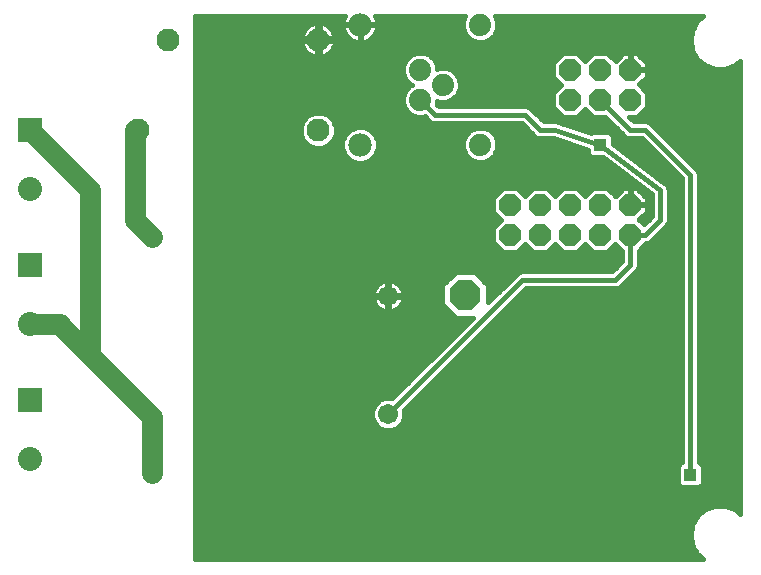
<source format=gbl>
G75*
%MOIN*%
%OFA0B0*%
%FSLAX25Y25*%
%IPPOS*%
%LPD*%
%AMOC8*
5,1,8,0,0,1.08239X$1,22.5*
%
%ADD10C,0.07400*%
%ADD11C,0.07800*%
%ADD12C,0.07677*%
%ADD13R,0.08000X0.08000*%
%ADD14C,0.08000*%
%ADD15OC8,0.07400*%
%ADD16C,0.06731*%
%ADD17OC8,0.10000*%
%ADD18C,0.01600*%
%ADD19R,0.04362X0.04362*%
%ADD20C,0.07000*%
D10*
X0233333Y0195000D03*
X0213333Y0210000D03*
X0220833Y0215000D03*
X0213333Y0220000D03*
X0233333Y0235000D03*
D11*
X0193333Y0235000D03*
X0193333Y0195000D03*
D12*
X0179333Y0199900D03*
X0179333Y0230000D03*
X0129133Y0230000D03*
X0119333Y0200000D03*
D13*
X0083333Y0200000D03*
X0083333Y0155000D03*
X0083333Y0110000D03*
D14*
X0083333Y0090315D03*
X0083333Y0135315D03*
X0083333Y0180315D03*
D15*
X0243333Y0175000D03*
X0253333Y0175000D03*
X0263333Y0175000D03*
X0273333Y0175000D03*
X0283333Y0175000D03*
X0283333Y0165000D03*
X0273333Y0165000D03*
X0263333Y0165000D03*
X0253333Y0165000D03*
X0243333Y0165000D03*
X0263333Y0210000D03*
X0273333Y0210000D03*
X0283333Y0210000D03*
X0283333Y0220000D03*
X0273333Y0220000D03*
X0263333Y0220000D03*
D16*
X0202703Y0144685D03*
X0202703Y0105315D03*
X0123963Y0085630D03*
X0123963Y0164370D03*
D17*
X0228333Y0145000D03*
D18*
X0138333Y0057000D02*
X0138333Y0237961D01*
X0188445Y0237961D01*
X0188051Y0237188D01*
X0187774Y0236335D01*
X0187633Y0235449D01*
X0187633Y0235184D01*
X0193149Y0235184D01*
X0193149Y0234816D01*
X0187633Y0234816D01*
X0187633Y0234551D01*
X0187774Y0233665D01*
X0188051Y0232812D01*
X0188458Y0232013D01*
X0188986Y0231287D01*
X0189620Y0230652D01*
X0190346Y0230125D01*
X0191145Y0229718D01*
X0191999Y0229440D01*
X0192885Y0229300D01*
X0193149Y0229300D01*
X0193149Y0234816D01*
X0193518Y0234816D01*
X0193518Y0235184D01*
X0199033Y0235184D01*
X0199033Y0235449D01*
X0198893Y0236335D01*
X0198616Y0237188D01*
X0198222Y0237961D01*
X0228390Y0237961D01*
X0227633Y0236134D01*
X0227633Y0233866D01*
X0228501Y0231771D01*
X0230105Y0230168D01*
X0232200Y0229300D01*
X0234467Y0229300D01*
X0236562Y0230168D01*
X0238166Y0231771D01*
X0239033Y0233866D01*
X0239033Y0236134D01*
X0238277Y0237961D01*
X0307730Y0237961D01*
X0305788Y0236331D01*
X0304078Y0233369D01*
X0304078Y0233369D01*
X0303484Y0230000D01*
X0304078Y0226631D01*
X0305788Y0223669D01*
X0305788Y0223669D01*
X0308409Y0221470D01*
X0311623Y0220300D01*
X0313811Y0220300D01*
X0315044Y0220300D01*
X0318258Y0221470D01*
X0318258Y0221470D01*
X0320034Y0222960D01*
X0320034Y0072040D01*
X0318258Y0073530D01*
X0315044Y0074700D01*
X0311623Y0074700D01*
X0308409Y0073530D01*
X0305788Y0071331D01*
X0304078Y0068369D01*
X0304078Y0068369D01*
X0303484Y0065000D01*
X0304078Y0061631D01*
X0305788Y0058669D01*
X0305788Y0058669D01*
X0307777Y0057000D01*
X0138333Y0057000D01*
X0138333Y0058197D02*
X0306350Y0058197D01*
X0305138Y0059796D02*
X0138333Y0059796D01*
X0138333Y0061394D02*
X0304215Y0061394D01*
X0304078Y0061631D02*
X0304078Y0061631D01*
X0303838Y0062993D02*
X0138333Y0062993D01*
X0138333Y0064591D02*
X0303556Y0064591D01*
X0303484Y0065000D02*
X0303484Y0065000D01*
X0303693Y0066190D02*
X0138333Y0066190D01*
X0138333Y0067788D02*
X0303975Y0067788D01*
X0304665Y0069387D02*
X0138333Y0069387D01*
X0138333Y0070985D02*
X0305588Y0070985D01*
X0305788Y0071331D02*
X0305788Y0071331D01*
X0305788Y0071331D01*
X0307281Y0072584D02*
X0138333Y0072584D01*
X0138333Y0074182D02*
X0310200Y0074182D01*
X0316466Y0074182D02*
X0320034Y0074182D01*
X0320034Y0072584D02*
X0319386Y0072584D01*
X0318258Y0073530D02*
X0318258Y0073530D01*
X0320034Y0075781D02*
X0138333Y0075781D01*
X0138333Y0077379D02*
X0320034Y0077379D01*
X0320034Y0078978D02*
X0138333Y0078978D01*
X0138333Y0080576D02*
X0320034Y0080576D01*
X0320034Y0082175D02*
X0307514Y0082175D01*
X0307514Y0081990D02*
X0307514Y0088010D01*
X0306343Y0089181D01*
X0306133Y0089181D01*
X0306133Y0185557D01*
X0305707Y0186586D01*
X0290707Y0201586D01*
X0289919Y0202374D01*
X0288890Y0202800D01*
X0284493Y0202800D01*
X0282993Y0204300D01*
X0285694Y0204300D01*
X0289033Y0207639D01*
X0289033Y0212361D01*
X0286253Y0215141D01*
X0288833Y0217722D01*
X0288833Y0219800D01*
X0283533Y0219800D01*
X0283533Y0220200D01*
X0283133Y0220200D01*
X0283133Y0225500D01*
X0281055Y0225500D01*
X0278475Y0222920D01*
X0275694Y0225700D01*
X0270972Y0225700D01*
X0268333Y0223061D01*
X0265694Y0225700D01*
X0260972Y0225700D01*
X0257633Y0222361D01*
X0257633Y0217639D01*
X0260272Y0215000D01*
X0257633Y0212361D01*
X0257633Y0207639D01*
X0260972Y0204300D01*
X0265694Y0204300D01*
X0268333Y0206939D01*
X0270972Y0204300D01*
X0275074Y0204300D01*
X0281747Y0197626D01*
X0282776Y0197200D01*
X0287174Y0197200D01*
X0300533Y0183840D01*
X0300533Y0089181D01*
X0300324Y0089181D01*
X0299152Y0088010D01*
X0299152Y0081990D01*
X0300324Y0080819D01*
X0306343Y0080819D01*
X0307514Y0081990D01*
X0307514Y0083773D02*
X0320034Y0083773D01*
X0320034Y0085372D02*
X0307514Y0085372D01*
X0307514Y0086970D02*
X0320034Y0086970D01*
X0320034Y0088569D02*
X0306955Y0088569D01*
X0306133Y0090167D02*
X0320034Y0090167D01*
X0320034Y0091766D02*
X0306133Y0091766D01*
X0306133Y0093364D02*
X0320034Y0093364D01*
X0320034Y0094963D02*
X0306133Y0094963D01*
X0306133Y0096561D02*
X0320034Y0096561D01*
X0320034Y0098160D02*
X0306133Y0098160D01*
X0306133Y0099758D02*
X0320034Y0099758D01*
X0320034Y0101357D02*
X0306133Y0101357D01*
X0306133Y0102955D02*
X0320034Y0102955D01*
X0320034Y0104554D02*
X0306133Y0104554D01*
X0306133Y0106152D02*
X0320034Y0106152D01*
X0320034Y0107751D02*
X0306133Y0107751D01*
X0306133Y0109349D02*
X0320034Y0109349D01*
X0320034Y0110948D02*
X0306133Y0110948D01*
X0306133Y0112546D02*
X0320034Y0112546D01*
X0320034Y0114145D02*
X0306133Y0114145D01*
X0306133Y0115743D02*
X0320034Y0115743D01*
X0320034Y0117342D02*
X0306133Y0117342D01*
X0306133Y0118940D02*
X0320034Y0118940D01*
X0320034Y0120539D02*
X0306133Y0120539D01*
X0306133Y0122137D02*
X0320034Y0122137D01*
X0320034Y0123736D02*
X0306133Y0123736D01*
X0306133Y0125334D02*
X0320034Y0125334D01*
X0320034Y0126933D02*
X0306133Y0126933D01*
X0306133Y0128532D02*
X0320034Y0128532D01*
X0320034Y0130130D02*
X0306133Y0130130D01*
X0306133Y0131729D02*
X0320034Y0131729D01*
X0320034Y0133327D02*
X0306133Y0133327D01*
X0306133Y0134926D02*
X0320034Y0134926D01*
X0320034Y0136524D02*
X0306133Y0136524D01*
X0306133Y0138123D02*
X0320034Y0138123D01*
X0320034Y0139721D02*
X0306133Y0139721D01*
X0306133Y0141320D02*
X0320034Y0141320D01*
X0320034Y0142918D02*
X0306133Y0142918D01*
X0306133Y0144517D02*
X0320034Y0144517D01*
X0320034Y0146115D02*
X0306133Y0146115D01*
X0306133Y0147714D02*
X0320034Y0147714D01*
X0320034Y0149312D02*
X0306133Y0149312D01*
X0306133Y0150911D02*
X0320034Y0150911D01*
X0320034Y0152509D02*
X0306133Y0152509D01*
X0306133Y0154108D02*
X0320034Y0154108D01*
X0320034Y0155706D02*
X0306133Y0155706D01*
X0306133Y0157305D02*
X0320034Y0157305D01*
X0320034Y0158903D02*
X0306133Y0158903D01*
X0306133Y0160502D02*
X0320034Y0160502D01*
X0320034Y0162100D02*
X0306133Y0162100D01*
X0306133Y0163699D02*
X0320034Y0163699D01*
X0320034Y0165297D02*
X0306133Y0165297D01*
X0306133Y0166896D02*
X0320034Y0166896D01*
X0320034Y0168494D02*
X0306133Y0168494D01*
X0306133Y0170093D02*
X0320034Y0170093D01*
X0320034Y0171691D02*
X0306133Y0171691D01*
X0306133Y0173290D02*
X0320034Y0173290D01*
X0320034Y0174888D02*
X0306133Y0174888D01*
X0306133Y0176487D02*
X0320034Y0176487D01*
X0320034Y0178085D02*
X0306133Y0178085D01*
X0306133Y0179684D02*
X0320034Y0179684D01*
X0320034Y0181282D02*
X0306133Y0181282D01*
X0306133Y0182881D02*
X0320034Y0182881D01*
X0320034Y0184479D02*
X0306133Y0184479D01*
X0305918Y0186078D02*
X0320034Y0186078D01*
X0320034Y0187676D02*
X0304617Y0187676D01*
X0303018Y0189275D02*
X0320034Y0189275D01*
X0320034Y0190873D02*
X0301420Y0190873D01*
X0299821Y0192472D02*
X0320034Y0192472D01*
X0320034Y0194070D02*
X0298223Y0194070D01*
X0296624Y0195669D02*
X0320034Y0195669D01*
X0320034Y0197268D02*
X0295026Y0197268D01*
X0293427Y0198866D02*
X0320034Y0198866D01*
X0320034Y0200465D02*
X0291829Y0200465D01*
X0290230Y0202063D02*
X0320034Y0202063D01*
X0320034Y0203662D02*
X0283632Y0203662D01*
X0286654Y0205260D02*
X0320034Y0205260D01*
X0320034Y0206859D02*
X0288253Y0206859D01*
X0289033Y0208457D02*
X0320034Y0208457D01*
X0320034Y0210056D02*
X0289033Y0210056D01*
X0289033Y0211654D02*
X0320034Y0211654D01*
X0320034Y0213253D02*
X0288142Y0213253D01*
X0286543Y0214851D02*
X0320034Y0214851D01*
X0320034Y0216450D02*
X0287561Y0216450D01*
X0288833Y0218048D02*
X0320034Y0218048D01*
X0320034Y0219647D02*
X0288833Y0219647D01*
X0288833Y0220200D02*
X0288833Y0222278D01*
X0285611Y0225500D01*
X0283533Y0225500D01*
X0283533Y0220200D01*
X0288833Y0220200D01*
X0288833Y0221245D02*
X0309026Y0221245D01*
X0308409Y0221470D02*
X0308409Y0221470D01*
X0306771Y0222844D02*
X0288268Y0222844D01*
X0286669Y0224442D02*
X0305342Y0224442D01*
X0304419Y0226041D02*
X0183348Y0226041D01*
X0183634Y0226327D02*
X0184156Y0227045D01*
X0184559Y0227836D01*
X0184833Y0228680D01*
X0184966Y0229520D01*
X0179813Y0229520D01*
X0179813Y0224367D01*
X0180654Y0224500D01*
X0181498Y0224775D01*
X0182289Y0225177D01*
X0183007Y0225699D01*
X0183634Y0226327D01*
X0184459Y0227639D02*
X0303900Y0227639D01*
X0304078Y0226631D02*
X0304078Y0226631D01*
X0303618Y0229238D02*
X0184921Y0229238D01*
X0184966Y0230480D02*
X0184833Y0231320D01*
X0184559Y0232164D01*
X0184156Y0232955D01*
X0183634Y0233673D01*
X0183007Y0234301D01*
X0182289Y0234823D01*
X0181498Y0235225D01*
X0180654Y0235500D01*
X0179813Y0235633D01*
X0179813Y0230480D01*
X0178854Y0230480D01*
X0178854Y0235633D01*
X0178013Y0235500D01*
X0177169Y0235225D01*
X0176378Y0234823D01*
X0175660Y0234301D01*
X0175032Y0233673D01*
X0174511Y0232955D01*
X0174108Y0232164D01*
X0173834Y0231320D01*
X0173700Y0230480D01*
X0178854Y0230480D01*
X0178854Y0229520D01*
X0179813Y0229520D01*
X0179813Y0230480D01*
X0184966Y0230480D01*
X0184910Y0230836D02*
X0189436Y0230836D01*
X0188243Y0232435D02*
X0184421Y0232435D01*
X0183274Y0234033D02*
X0187715Y0234033D01*
X0187662Y0235632D02*
X0179820Y0235632D01*
X0179813Y0235632D02*
X0178854Y0235632D01*
X0178847Y0235632D02*
X0138333Y0235632D01*
X0138333Y0237230D02*
X0188072Y0237230D01*
X0193149Y0234033D02*
X0193518Y0234033D01*
X0193518Y0234816D02*
X0193518Y0229300D01*
X0193782Y0229300D01*
X0194668Y0229440D01*
X0195521Y0229718D01*
X0196321Y0230125D01*
X0197047Y0230652D01*
X0197681Y0231287D01*
X0198208Y0232013D01*
X0198616Y0232812D01*
X0198893Y0233665D01*
X0199033Y0234551D01*
X0199033Y0234816D01*
X0193518Y0234816D01*
X0193518Y0232435D02*
X0193149Y0232435D01*
X0193149Y0230836D02*
X0193518Y0230836D01*
X0197231Y0230836D02*
X0229436Y0230836D01*
X0228226Y0232435D02*
X0198424Y0232435D01*
X0198951Y0234033D02*
X0227633Y0234033D01*
X0227633Y0235632D02*
X0199004Y0235632D01*
X0198594Y0237230D02*
X0228088Y0237230D01*
X0238579Y0237230D02*
X0306860Y0237230D01*
X0305788Y0236331D02*
X0305788Y0236331D01*
X0305788Y0236331D01*
X0305384Y0235632D02*
X0239033Y0235632D01*
X0239033Y0234033D02*
X0304461Y0234033D01*
X0303913Y0232435D02*
X0238440Y0232435D01*
X0237231Y0230836D02*
X0303631Y0230836D01*
X0303484Y0230000D02*
X0303484Y0230000D01*
X0317641Y0221245D02*
X0320034Y0221245D01*
X0320034Y0222844D02*
X0319895Y0222844D01*
X0315044Y0220300D02*
X0315044Y0220300D01*
X0283533Y0221245D02*
X0283133Y0221245D01*
X0283133Y0222844D02*
X0283533Y0222844D01*
X0283533Y0224442D02*
X0283133Y0224442D01*
X0279997Y0224442D02*
X0276952Y0224442D01*
X0269715Y0224442D02*
X0266952Y0224442D01*
X0259715Y0224442D02*
X0216952Y0224442D01*
X0216562Y0224832D02*
X0214467Y0225700D01*
X0212200Y0225700D01*
X0210105Y0224832D01*
X0208501Y0223229D01*
X0207633Y0221134D01*
X0207633Y0218866D01*
X0208501Y0216771D01*
X0210105Y0215168D01*
X0210510Y0215000D01*
X0210105Y0214832D01*
X0208501Y0213229D01*
X0207633Y0211134D01*
X0207633Y0208866D01*
X0208501Y0206771D01*
X0210105Y0205168D01*
X0212200Y0204300D01*
X0214467Y0204300D01*
X0214896Y0204478D01*
X0215960Y0203414D01*
X0216747Y0202626D01*
X0217776Y0202200D01*
X0247174Y0202200D01*
X0250960Y0198414D01*
X0251747Y0197626D01*
X0252776Y0197200D01*
X0257879Y0197200D01*
X0269152Y0193442D01*
X0269152Y0191990D01*
X0270324Y0190819D01*
X0274241Y0190819D01*
X0290533Y0178600D01*
X0290533Y0171160D01*
X0287884Y0168510D01*
X0286253Y0170141D01*
X0288833Y0172722D01*
X0288833Y0174800D01*
X0283533Y0174800D01*
X0283533Y0175200D01*
X0283133Y0175200D01*
X0283133Y0180500D01*
X0281055Y0180500D01*
X0278475Y0177920D01*
X0275694Y0180700D01*
X0270972Y0180700D01*
X0268333Y0178061D01*
X0265694Y0180700D01*
X0260972Y0180700D01*
X0258333Y0178061D01*
X0255694Y0180700D01*
X0250972Y0180700D01*
X0248333Y0178061D01*
X0245694Y0180700D01*
X0240972Y0180700D01*
X0237633Y0177361D01*
X0237633Y0172639D01*
X0240272Y0170000D01*
X0237633Y0167361D01*
X0237633Y0162639D01*
X0240972Y0159300D01*
X0245694Y0159300D01*
X0248333Y0161939D01*
X0250972Y0159300D01*
X0255694Y0159300D01*
X0258333Y0161939D01*
X0260972Y0159300D01*
X0265694Y0159300D01*
X0268333Y0161939D01*
X0270972Y0159300D01*
X0275694Y0159300D01*
X0278333Y0161939D01*
X0280533Y0159739D01*
X0280533Y0156160D01*
X0277174Y0152800D01*
X0246831Y0152800D01*
X0245802Y0152374D01*
X0235905Y0142476D01*
X0235905Y0148136D01*
X0231470Y0152572D01*
X0225197Y0152572D01*
X0220762Y0148136D01*
X0220762Y0141864D01*
X0225197Y0137428D01*
X0230857Y0137428D01*
X0204010Y0110581D01*
X0203771Y0110680D01*
X0201636Y0110680D01*
X0199664Y0109863D01*
X0198155Y0108354D01*
X0197338Y0106382D01*
X0197338Y0104248D01*
X0198155Y0102276D01*
X0199664Y0100766D01*
X0201636Y0099950D01*
X0203771Y0099950D01*
X0205743Y0100766D01*
X0207252Y0102276D01*
X0208069Y0104248D01*
X0208069Y0106382D01*
X0207970Y0106621D01*
X0248548Y0147200D01*
X0278890Y0147200D01*
X0279919Y0147626D01*
X0280707Y0148414D01*
X0285707Y0153414D01*
X0286133Y0154443D01*
X0286133Y0159739D01*
X0288594Y0162200D01*
X0288890Y0162200D01*
X0289919Y0162626D01*
X0294919Y0167626D01*
X0295707Y0168414D01*
X0296133Y0169443D01*
X0296133Y0179647D01*
X0296184Y0179845D01*
X0296133Y0180199D01*
X0296133Y0180557D01*
X0296055Y0180745D01*
X0296026Y0180947D01*
X0295844Y0181255D01*
X0295707Y0181586D01*
X0295563Y0181730D01*
X0295459Y0181906D01*
X0295173Y0182121D01*
X0294919Y0182374D01*
X0294731Y0182452D01*
X0277514Y0195364D01*
X0277514Y0198010D01*
X0276343Y0199181D01*
X0270324Y0199181D01*
X0270154Y0199011D01*
X0259313Y0202625D01*
X0258890Y0202800D01*
X0258788Y0202800D01*
X0258690Y0202832D01*
X0258234Y0202800D01*
X0254493Y0202800D01*
X0249919Y0207374D01*
X0248890Y0207800D01*
X0219493Y0207800D01*
X0218856Y0208437D01*
X0219033Y0208866D01*
X0219033Y0209576D01*
X0219700Y0209300D01*
X0221967Y0209300D01*
X0224062Y0210168D01*
X0225666Y0211771D01*
X0226533Y0213866D01*
X0226533Y0216134D01*
X0225666Y0218229D01*
X0224062Y0219832D01*
X0221967Y0220700D01*
X0219700Y0220700D01*
X0219033Y0220424D01*
X0219033Y0221134D01*
X0218166Y0223229D01*
X0216562Y0224832D01*
X0218325Y0222844D02*
X0258116Y0222844D01*
X0257633Y0221245D02*
X0218987Y0221245D01*
X0224248Y0219647D02*
X0257633Y0219647D01*
X0257633Y0218048D02*
X0225740Y0218048D01*
X0226402Y0216450D02*
X0258823Y0216450D01*
X0260123Y0214851D02*
X0226533Y0214851D01*
X0226279Y0213253D02*
X0258525Y0213253D01*
X0257633Y0211654D02*
X0225548Y0211654D01*
X0223791Y0210056D02*
X0257633Y0210056D01*
X0257633Y0208457D02*
X0218864Y0208457D01*
X0218333Y0205000D02*
X0213333Y0210000D01*
X0207633Y0210056D02*
X0138333Y0210056D01*
X0138333Y0211654D02*
X0207849Y0211654D01*
X0208525Y0213253D02*
X0138333Y0213253D01*
X0138333Y0214851D02*
X0210150Y0214851D01*
X0208823Y0216450D02*
X0138333Y0216450D01*
X0138333Y0218048D02*
X0207972Y0218048D01*
X0207633Y0219647D02*
X0138333Y0219647D01*
X0138333Y0221245D02*
X0207679Y0221245D01*
X0208342Y0222844D02*
X0138333Y0222844D01*
X0138333Y0224442D02*
X0178379Y0224442D01*
X0178013Y0224500D02*
X0178854Y0224367D01*
X0178854Y0229520D01*
X0173700Y0229520D01*
X0173834Y0228680D01*
X0174108Y0227836D01*
X0174511Y0227045D01*
X0175032Y0226327D01*
X0175660Y0225699D01*
X0176378Y0225177D01*
X0177169Y0224775D01*
X0178013Y0224500D01*
X0178854Y0224442D02*
X0179813Y0224442D01*
X0180287Y0224442D02*
X0209715Y0224442D01*
X0207803Y0208457D02*
X0138333Y0208457D01*
X0138333Y0206859D02*
X0208465Y0206859D01*
X0210012Y0205260D02*
X0181650Y0205260D01*
X0182641Y0204850D02*
X0180495Y0205739D01*
X0178172Y0205739D01*
X0176026Y0204850D01*
X0174384Y0203207D01*
X0173495Y0201061D01*
X0173495Y0198739D01*
X0174384Y0196593D01*
X0176026Y0194950D01*
X0178172Y0194061D01*
X0180495Y0194061D01*
X0182641Y0194950D01*
X0184283Y0196593D01*
X0185172Y0198739D01*
X0185172Y0201061D01*
X0184283Y0203207D01*
X0182641Y0204850D01*
X0183829Y0203662D02*
X0215712Y0203662D01*
X0218333Y0205000D02*
X0248333Y0205000D01*
X0253333Y0200000D01*
X0258333Y0200000D01*
X0273333Y0195000D01*
X0293333Y0180000D01*
X0293333Y0170000D01*
X0288333Y0165000D01*
X0283333Y0165000D01*
X0283333Y0155000D01*
X0278333Y0150000D01*
X0247388Y0150000D01*
X0202703Y0105315D01*
X0197873Y0102955D02*
X0138333Y0102955D01*
X0138333Y0101357D02*
X0199074Y0101357D01*
X0206333Y0101357D02*
X0300533Y0101357D01*
X0300533Y0102955D02*
X0207533Y0102955D01*
X0208069Y0104554D02*
X0300533Y0104554D01*
X0300533Y0106152D02*
X0208069Y0106152D01*
X0209099Y0107751D02*
X0300533Y0107751D01*
X0300533Y0109349D02*
X0210698Y0109349D01*
X0212296Y0110948D02*
X0300533Y0110948D01*
X0300533Y0112546D02*
X0213895Y0112546D01*
X0215493Y0114145D02*
X0300533Y0114145D01*
X0300533Y0115743D02*
X0217092Y0115743D01*
X0218690Y0117342D02*
X0300533Y0117342D01*
X0300533Y0118940D02*
X0220289Y0118940D01*
X0221887Y0120539D02*
X0300533Y0120539D01*
X0300533Y0122137D02*
X0223486Y0122137D01*
X0225084Y0123736D02*
X0300533Y0123736D01*
X0300533Y0125334D02*
X0226683Y0125334D01*
X0228281Y0126933D02*
X0300533Y0126933D01*
X0300533Y0128532D02*
X0229880Y0128532D01*
X0231478Y0130130D02*
X0300533Y0130130D01*
X0300533Y0131729D02*
X0233077Y0131729D01*
X0234675Y0133327D02*
X0300533Y0133327D01*
X0300533Y0134926D02*
X0236274Y0134926D01*
X0237872Y0136524D02*
X0300533Y0136524D01*
X0300533Y0138123D02*
X0239471Y0138123D01*
X0241069Y0139721D02*
X0300533Y0139721D01*
X0300533Y0141320D02*
X0242668Y0141320D01*
X0244266Y0142918D02*
X0300533Y0142918D01*
X0300533Y0144517D02*
X0245865Y0144517D01*
X0247463Y0146115D02*
X0300533Y0146115D01*
X0300533Y0147714D02*
X0280007Y0147714D01*
X0281605Y0149312D02*
X0300533Y0149312D01*
X0300533Y0150911D02*
X0283204Y0150911D01*
X0284802Y0152509D02*
X0300533Y0152509D01*
X0300533Y0154108D02*
X0285994Y0154108D01*
X0286133Y0155706D02*
X0300533Y0155706D01*
X0300533Y0157305D02*
X0286133Y0157305D01*
X0286133Y0158903D02*
X0300533Y0158903D01*
X0300533Y0160502D02*
X0286896Y0160502D01*
X0288495Y0162100D02*
X0300533Y0162100D01*
X0300533Y0163699D02*
X0290992Y0163699D01*
X0292590Y0165297D02*
X0300533Y0165297D01*
X0300533Y0166896D02*
X0294189Y0166896D01*
X0295740Y0168494D02*
X0300533Y0168494D01*
X0300533Y0170093D02*
X0296133Y0170093D01*
X0296133Y0171691D02*
X0300533Y0171691D01*
X0300533Y0173290D02*
X0296133Y0173290D01*
X0296133Y0174888D02*
X0300533Y0174888D01*
X0300533Y0176487D02*
X0296133Y0176487D01*
X0296133Y0178085D02*
X0300533Y0178085D01*
X0300533Y0179684D02*
X0296143Y0179684D01*
X0295833Y0181282D02*
X0300533Y0181282D01*
X0300533Y0182881D02*
X0294159Y0182881D01*
X0292027Y0184479D02*
X0299894Y0184479D01*
X0298296Y0186078D02*
X0289896Y0186078D01*
X0287765Y0187676D02*
X0296697Y0187676D01*
X0295099Y0189275D02*
X0285633Y0189275D01*
X0283502Y0190873D02*
X0293500Y0190873D01*
X0291902Y0192472D02*
X0281371Y0192472D01*
X0279239Y0194070D02*
X0290303Y0194070D01*
X0288705Y0195669D02*
X0277514Y0195669D01*
X0277514Y0197268D02*
X0282613Y0197268D01*
X0280508Y0198866D02*
X0276658Y0198866D01*
X0278909Y0200465D02*
X0265794Y0200465D01*
X0260999Y0202063D02*
X0277310Y0202063D01*
X0275712Y0203662D02*
X0253632Y0203662D01*
X0252033Y0205260D02*
X0260012Y0205260D01*
X0258414Y0206859D02*
X0250435Y0206859D01*
X0247310Y0202063D02*
X0184757Y0202063D01*
X0185172Y0200465D02*
X0191108Y0200465D01*
X0192160Y0200900D02*
X0189991Y0200002D01*
X0188332Y0198342D01*
X0187433Y0196174D01*
X0187433Y0193826D01*
X0188332Y0191658D01*
X0189991Y0189998D01*
X0192160Y0189100D01*
X0194507Y0189100D01*
X0196675Y0189998D01*
X0198335Y0191658D01*
X0199233Y0193826D01*
X0199233Y0196174D01*
X0198335Y0198342D01*
X0196675Y0200002D01*
X0194507Y0200900D01*
X0192160Y0200900D01*
X0195558Y0200465D02*
X0231631Y0200465D01*
X0232200Y0200700D02*
X0230105Y0199832D01*
X0228501Y0198229D01*
X0227633Y0196134D01*
X0227633Y0193866D01*
X0228501Y0191771D01*
X0230105Y0190168D01*
X0232200Y0189300D01*
X0234467Y0189300D01*
X0236562Y0190168D01*
X0238166Y0191771D01*
X0239033Y0193866D01*
X0239033Y0196134D01*
X0238166Y0198229D01*
X0236562Y0199832D01*
X0234467Y0200700D01*
X0232200Y0200700D01*
X0235036Y0200465D02*
X0248909Y0200465D01*
X0250508Y0198866D02*
X0237528Y0198866D01*
X0238564Y0197268D02*
X0252613Y0197268D01*
X0262472Y0195669D02*
X0239033Y0195669D01*
X0239033Y0194070D02*
X0267267Y0194070D01*
X0269152Y0192472D02*
X0238456Y0192472D01*
X0237268Y0190873D02*
X0270269Y0190873D01*
X0276300Y0189275D02*
X0194929Y0189275D01*
X0197551Y0190873D02*
X0229399Y0190873D01*
X0228211Y0192472D02*
X0198672Y0192472D01*
X0199233Y0194070D02*
X0227633Y0194070D01*
X0227633Y0195669D02*
X0199233Y0195669D01*
X0198780Y0197268D02*
X0228103Y0197268D01*
X0229138Y0198866D02*
X0197811Y0198866D01*
X0188855Y0198866D02*
X0185172Y0198866D01*
X0184563Y0197268D02*
X0187886Y0197268D01*
X0187433Y0195669D02*
X0183359Y0195669D01*
X0180517Y0194070D02*
X0187433Y0194070D01*
X0187994Y0192472D02*
X0138333Y0192472D01*
X0138333Y0194070D02*
X0178150Y0194070D01*
X0175307Y0195669D02*
X0138333Y0195669D01*
X0138333Y0197268D02*
X0174104Y0197268D01*
X0173495Y0198866D02*
X0138333Y0198866D01*
X0138333Y0200465D02*
X0173495Y0200465D01*
X0173910Y0202063D02*
X0138333Y0202063D01*
X0138333Y0203662D02*
X0174838Y0203662D01*
X0177017Y0205260D02*
X0138333Y0205260D01*
X0119333Y0200000D02*
X0118333Y0200000D01*
X0138333Y0190873D02*
X0189116Y0190873D01*
X0191737Y0189275D02*
X0138333Y0189275D01*
X0138333Y0187676D02*
X0278431Y0187676D01*
X0280563Y0186078D02*
X0138333Y0186078D01*
X0138333Y0184479D02*
X0282694Y0184479D01*
X0284825Y0182881D02*
X0138333Y0182881D01*
X0138333Y0181282D02*
X0286957Y0181282D01*
X0285611Y0180500D02*
X0283533Y0180500D01*
X0283533Y0175200D01*
X0288833Y0175200D01*
X0288833Y0177278D01*
X0285611Y0180500D01*
X0286428Y0179684D02*
X0289088Y0179684D01*
X0288026Y0178085D02*
X0290533Y0178085D01*
X0290533Y0176487D02*
X0288833Y0176487D01*
X0290533Y0174888D02*
X0283533Y0174888D01*
X0283533Y0176487D02*
X0283133Y0176487D01*
X0283133Y0178085D02*
X0283533Y0178085D01*
X0283533Y0179684D02*
X0283133Y0179684D01*
X0280239Y0179684D02*
X0276710Y0179684D01*
X0278309Y0178085D02*
X0278641Y0178085D01*
X0269956Y0179684D02*
X0266710Y0179684D01*
X0268309Y0178085D02*
X0268358Y0178085D01*
X0259956Y0179684D02*
X0256710Y0179684D01*
X0258309Y0178085D02*
X0258358Y0178085D01*
X0249956Y0179684D02*
X0246710Y0179684D01*
X0248309Y0178085D02*
X0248358Y0178085D01*
X0239956Y0179684D02*
X0138333Y0179684D01*
X0138333Y0178085D02*
X0238358Y0178085D01*
X0237633Y0176487D02*
X0138333Y0176487D01*
X0138333Y0174888D02*
X0237633Y0174888D01*
X0237633Y0173290D02*
X0138333Y0173290D01*
X0138333Y0171691D02*
X0238581Y0171691D01*
X0240179Y0170093D02*
X0138333Y0170093D01*
X0138333Y0168494D02*
X0238767Y0168494D01*
X0237633Y0166896D02*
X0138333Y0166896D01*
X0138333Y0165297D02*
X0237633Y0165297D01*
X0237633Y0163699D02*
X0138333Y0163699D01*
X0138333Y0162100D02*
X0238172Y0162100D01*
X0239771Y0160502D02*
X0138333Y0160502D01*
X0138333Y0158903D02*
X0280533Y0158903D01*
X0280533Y0157305D02*
X0138333Y0157305D01*
X0138333Y0155706D02*
X0280080Y0155706D01*
X0278481Y0154108D02*
X0138333Y0154108D01*
X0138333Y0152509D02*
X0225135Y0152509D01*
X0223536Y0150911D02*
X0138333Y0150911D01*
X0138333Y0149312D02*
X0200407Y0149312D01*
X0200721Y0149472D02*
X0199996Y0149103D01*
X0199338Y0148625D01*
X0198763Y0148050D01*
X0198286Y0147392D01*
X0197916Y0146668D01*
X0197665Y0145895D01*
X0197538Y0145092D01*
X0197538Y0144968D01*
X0202421Y0144968D01*
X0202421Y0149850D01*
X0202297Y0149850D01*
X0201494Y0149723D01*
X0200721Y0149472D01*
X0202421Y0149312D02*
X0202986Y0149312D01*
X0202986Y0149850D02*
X0202986Y0144968D01*
X0202421Y0144968D01*
X0202421Y0144402D01*
X0202986Y0144402D01*
X0202986Y0139520D01*
X0203110Y0139520D01*
X0203913Y0139647D01*
X0204686Y0139898D01*
X0205411Y0140267D01*
X0206068Y0140745D01*
X0206643Y0141320D01*
X0207121Y0141978D01*
X0207490Y0142702D01*
X0207742Y0143475D01*
X0207869Y0144279D01*
X0207869Y0144402D01*
X0202986Y0144402D01*
X0202986Y0144968D01*
X0207869Y0144968D01*
X0207869Y0145092D01*
X0207742Y0145895D01*
X0207490Y0146668D01*
X0207121Y0147392D01*
X0206643Y0148050D01*
X0206068Y0148625D01*
X0205411Y0149103D01*
X0204686Y0149472D01*
X0203913Y0149723D01*
X0203110Y0149850D01*
X0202986Y0149850D01*
X0205000Y0149312D02*
X0221938Y0149312D01*
X0220762Y0147714D02*
X0206888Y0147714D01*
X0207670Y0146115D02*
X0220762Y0146115D01*
X0220762Y0144517D02*
X0202986Y0144517D01*
X0202421Y0144517D02*
X0138333Y0144517D01*
X0138333Y0146115D02*
X0197737Y0146115D01*
X0197538Y0144402D02*
X0197538Y0144279D01*
X0197665Y0143475D01*
X0197916Y0142702D01*
X0198286Y0141978D01*
X0198763Y0141320D01*
X0199338Y0140745D01*
X0199996Y0140267D01*
X0200721Y0139898D01*
X0201494Y0139647D01*
X0202297Y0139520D01*
X0202421Y0139520D01*
X0202421Y0144402D01*
X0197538Y0144402D01*
X0197846Y0142918D02*
X0138333Y0142918D01*
X0138333Y0141320D02*
X0198764Y0141320D01*
X0201265Y0139721D02*
X0138333Y0139721D01*
X0138333Y0138123D02*
X0224503Y0138123D01*
X0222904Y0139721D02*
X0204141Y0139721D01*
X0202986Y0139721D02*
X0202421Y0139721D01*
X0202421Y0141320D02*
X0202986Y0141320D01*
X0202986Y0142918D02*
X0202421Y0142918D01*
X0206643Y0141320D02*
X0221306Y0141320D01*
X0220762Y0142918D02*
X0207560Y0142918D01*
X0202986Y0146115D02*
X0202421Y0146115D01*
X0202421Y0147714D02*
X0202986Y0147714D01*
X0198519Y0147714D02*
X0138333Y0147714D01*
X0138333Y0136524D02*
X0229953Y0136524D01*
X0228354Y0134926D02*
X0138333Y0134926D01*
X0138333Y0133327D02*
X0226756Y0133327D01*
X0225157Y0131729D02*
X0138333Y0131729D01*
X0138333Y0130130D02*
X0223559Y0130130D01*
X0221960Y0128532D02*
X0138333Y0128532D01*
X0138333Y0126933D02*
X0220362Y0126933D01*
X0218763Y0125334D02*
X0138333Y0125334D01*
X0138333Y0123736D02*
X0217165Y0123736D01*
X0215566Y0122137D02*
X0138333Y0122137D01*
X0138333Y0120539D02*
X0213968Y0120539D01*
X0212369Y0118940D02*
X0138333Y0118940D01*
X0138333Y0117342D02*
X0210771Y0117342D01*
X0209172Y0115743D02*
X0138333Y0115743D01*
X0138333Y0114145D02*
X0207574Y0114145D01*
X0205975Y0112546D02*
X0138333Y0112546D01*
X0138333Y0110948D02*
X0204377Y0110948D01*
X0199150Y0109349D02*
X0138333Y0109349D01*
X0138333Y0107751D02*
X0197905Y0107751D01*
X0197338Y0106152D02*
X0138333Y0106152D01*
X0138333Y0104554D02*
X0197338Y0104554D01*
X0138333Y0099758D02*
X0300533Y0099758D01*
X0300533Y0098160D02*
X0138333Y0098160D01*
X0138333Y0096561D02*
X0300533Y0096561D01*
X0300533Y0094963D02*
X0138333Y0094963D01*
X0138333Y0093364D02*
X0300533Y0093364D01*
X0300533Y0091766D02*
X0138333Y0091766D01*
X0138333Y0090167D02*
X0300533Y0090167D01*
X0299711Y0088569D02*
X0138333Y0088569D01*
X0138333Y0086970D02*
X0299152Y0086970D01*
X0299152Y0085372D02*
X0138333Y0085372D01*
X0138333Y0083773D02*
X0299152Y0083773D01*
X0299152Y0082175D02*
X0138333Y0082175D01*
X0093333Y0135000D02*
X0093333Y0135315D01*
X0231532Y0152509D02*
X0246129Y0152509D01*
X0244339Y0150911D02*
X0233131Y0150911D01*
X0234729Y0149312D02*
X0242741Y0149312D01*
X0241142Y0147714D02*
X0235905Y0147714D01*
X0235905Y0146115D02*
X0239544Y0146115D01*
X0237945Y0144517D02*
X0235905Y0144517D01*
X0235905Y0142918D02*
X0236347Y0142918D01*
X0246896Y0160502D02*
X0249771Y0160502D01*
X0256896Y0160502D02*
X0259771Y0160502D01*
X0266896Y0160502D02*
X0269771Y0160502D01*
X0276896Y0160502D02*
X0279771Y0160502D01*
X0286302Y0170093D02*
X0289466Y0170093D01*
X0290533Y0171691D02*
X0287803Y0171691D01*
X0288833Y0173290D02*
X0290533Y0173290D01*
X0303333Y0185000D02*
X0288333Y0200000D01*
X0283333Y0200000D01*
X0273333Y0210000D01*
X0268414Y0206859D02*
X0268253Y0206859D01*
X0266654Y0205260D02*
X0270012Y0205260D01*
X0303333Y0185000D02*
X0303333Y0085000D01*
X0179813Y0226041D02*
X0178854Y0226041D01*
X0178854Y0227639D02*
X0179813Y0227639D01*
X0179813Y0229238D02*
X0178854Y0229238D01*
X0178854Y0230836D02*
X0179813Y0230836D01*
X0179813Y0232435D02*
X0178854Y0232435D01*
X0178854Y0234033D02*
X0179813Y0234033D01*
X0175392Y0234033D02*
X0138333Y0234033D01*
X0138333Y0232435D02*
X0174246Y0232435D01*
X0173757Y0230836D02*
X0138333Y0230836D01*
X0138333Y0229238D02*
X0173745Y0229238D01*
X0174208Y0227639D02*
X0138333Y0227639D01*
X0138333Y0226041D02*
X0175318Y0226041D01*
D19*
X0273333Y0195000D03*
X0303333Y0085000D03*
D20*
X0123963Y0085630D02*
X0123963Y0104370D01*
X0103333Y0125000D01*
X0103333Y0180000D01*
X0083333Y0200000D01*
X0118333Y0200000D02*
X0118333Y0170000D01*
X0123963Y0164370D01*
X0093333Y0135315D02*
X0083333Y0135315D01*
X0093333Y0135000D02*
X0103333Y0125000D01*
M02*

</source>
